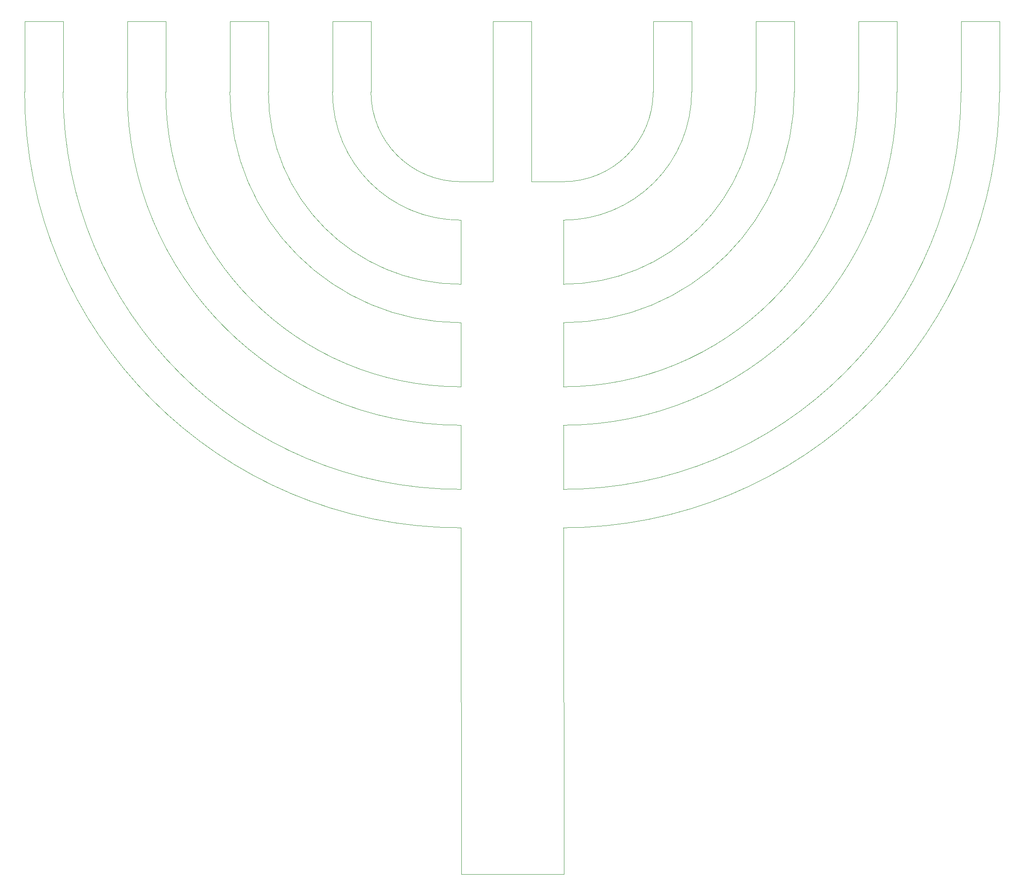
<source format=gbr>
%TF.GenerationSoftware,KiCad,Pcbnew,(6.0.7)*%
%TF.CreationDate,2022-08-28T16:25:01-04:00*%
%TF.ProjectId,CircuitPythonukiah,43697263-7569-4745-9079-74686f6e756b,rev?*%
%TF.SameCoordinates,Original*%
%TF.FileFunction,Profile,NP*%
%FSLAX46Y46*%
G04 Gerber Fmt 4.6, Leading zero omitted, Abs format (unit mm)*
G04 Created by KiCad (PCBNEW (6.0.7)) date 2022-08-28 16:25:01*
%MOMM*%
%LPD*%
G01*
G04 APERTURE LIST*
%TA.AperFunction,Profile*%
%ADD10C,0.100000*%
%TD*%
G04 APERTURE END LIST*
D10*
X196744258Y-26564258D02*
X196744258Y-40534258D01*
X176424258Y-26564258D02*
X184044258Y-26564258D01*
X51964262Y-40534258D02*
G75*
G03*
X118004258Y-106574258I66039998J-2D01*
G01*
X92604262Y-40534258D02*
G75*
G03*
X118004258Y-65934258I25399998J-2D01*
G01*
X196744258Y-26564258D02*
X204364258Y-26564258D01*
X131974258Y-26564258D02*
X131974258Y-40534258D01*
X72284262Y-40534258D02*
G75*
G03*
X118004258Y-86254258I45719998J-2D01*
G01*
X31644258Y-40534258D02*
X31644258Y-26564258D01*
X92604258Y-26564258D02*
X92604258Y-40534258D01*
X138324258Y-106574258D02*
G75*
G03*
X204364258Y-40534258I2J66039998D01*
G01*
X92604258Y-26564258D02*
X100224258Y-26564258D01*
X124354258Y-26564258D02*
X131974258Y-26564258D01*
X51964258Y-26564258D02*
X51964258Y-40534258D01*
X118110000Y-195580000D02*
X118004258Y-126894258D01*
X138324258Y-119274258D02*
G75*
G03*
X217064258Y-40534258I2J78739998D01*
G01*
X131974258Y-58314258D02*
X138324258Y-58314258D01*
X156104258Y-26564258D02*
X156104258Y-40534258D01*
X138324258Y-78634258D02*
G75*
G03*
X176424258Y-40534258I2J38099998D01*
G01*
X59584262Y-40534258D02*
G75*
G03*
X118004258Y-98954258I58419998J-2D01*
G01*
X39264262Y-40534258D02*
G75*
G03*
X118004258Y-119274258I78739998J-2D01*
G01*
X31644258Y-26564258D02*
X39264258Y-26564258D01*
X138324258Y-86254258D02*
G75*
G03*
X184044258Y-40534258I2J45719998D01*
G01*
X138324258Y-65934258D02*
X138324258Y-78634258D01*
X118004258Y-106574258D02*
X118004258Y-119274258D01*
X124354258Y-40534258D02*
X124354258Y-58314258D01*
X217064258Y-26564258D02*
X217064258Y-40534258D01*
X51964258Y-26564258D02*
X59584258Y-26564258D01*
X217064258Y-26564258D02*
X224684258Y-26564258D01*
X59584258Y-26564258D02*
X59584258Y-40534258D01*
X100224258Y-26564258D02*
X100224258Y-40534258D01*
X138324258Y-65934258D02*
G75*
G03*
X163724258Y-40534258I2J25399998D01*
G01*
X118004258Y-65934258D02*
X118004258Y-78634258D01*
X131974258Y-40534258D02*
X131974258Y-58314258D01*
X79904262Y-40534258D02*
G75*
G03*
X118004258Y-78634258I38099998J-2D01*
G01*
X138430000Y-195580000D02*
X138324258Y-126894258D01*
X176424258Y-26564258D02*
X176424258Y-40534258D01*
X72284258Y-26564258D02*
X72284258Y-40534258D01*
X138324258Y-86254258D02*
X138324258Y-98954258D01*
X224684258Y-26564258D02*
X224684258Y-40534258D01*
X138324258Y-126894258D02*
G75*
G03*
X224684258Y-40534258I2J86359998D01*
G01*
X184044258Y-26564258D02*
X184044258Y-40534258D01*
X138324258Y-106574258D02*
X138324258Y-119274258D01*
X118110000Y-195580000D02*
X138430000Y-195580000D01*
X72284258Y-26564258D02*
X79904258Y-26564258D01*
X39264258Y-26564258D02*
X39264258Y-40534258D01*
X31644262Y-40534258D02*
G75*
G03*
X118004258Y-126894258I86359998J-2D01*
G01*
X118004258Y-86254258D02*
X118004258Y-98954258D01*
X124354258Y-26564258D02*
X124354258Y-40534258D01*
X138324258Y-98954258D02*
G75*
G03*
X196744258Y-40534258I2J58419998D01*
G01*
X124354258Y-58314258D02*
X118004258Y-58314258D01*
X79904258Y-26564258D02*
X79904258Y-40534258D01*
X138324258Y-58314258D02*
G75*
G03*
X156104258Y-40534258I2J17779998D01*
G01*
X100224262Y-40534258D02*
G75*
G03*
X118004258Y-58314258I17779998J-2D01*
G01*
X163724258Y-26564258D02*
X163724258Y-40534258D01*
X204364258Y-26564258D02*
X204364258Y-40534258D01*
X156104258Y-26564258D02*
X163724258Y-26564258D01*
M02*

</source>
